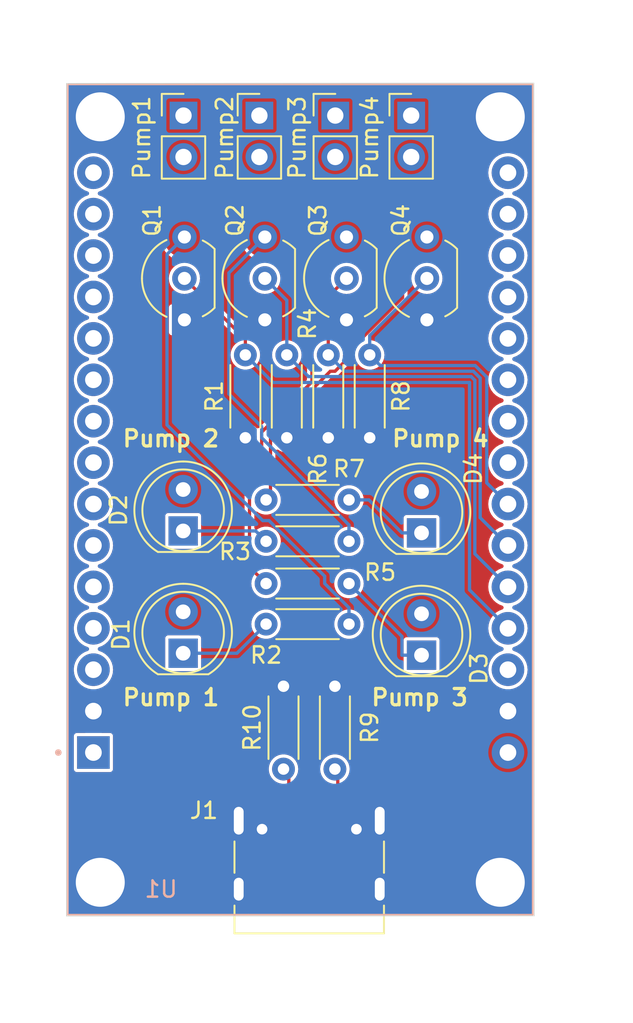
<source format=kicad_pcb>
(kicad_pcb (version 20221018) (generator pcbnew)
  (layers (0 "F.Cu" signal) (31 "B.Cu" signal) (34 "B.Paste" user) (35 "F.Paste" user) (36 "B.SilkS" user "B.Silkscreen") (37 "F.SilkS" user "F.Silkscreen") (38 "B.Mask" user) (39 "F.Mask" user) (44 "Edge.Cuts" user))
  (net 0 "")
  (net 1 "GND")
  (net 2 "+5V")
  (net 3 "Net-(Pump1-Pin_2)")
  (net 4 "Net-(Pump2-Pin_2)")
  (net 5 "Net-(Pump3-Pin_2)")
  (net 6 "Net-(Pump4-Pin_2)")
  (net 7 "Pump1")
  (net 8 "Pump2")
  (net 9 "Net-(D1-K)")
  (net 10 "Net-(D2-K)")
  (net 11 "Net-(D3-K)")
  (net 12 "Net-(D4-K)")
  (net 13 "Net-(J1-CC1)")
  (net 14 "Net-(J1-CC2)")
  (net 15 "Pump3")
  (net 16 "Pump4")
  (footprint "Package_TO_SOT_THT:TO-92_Inline_Wide" (layer "F.Cu") (at 134.0612 58.8066 90)
    (fp_text reference "Q1" (at 6.1016 -1.9812 90) (layer "F.SilkS"))
    (fp_text value "2N2219")
    (fp_line (start 0.74 1.85) (end 4.34 1.85) (stroke (width 0.12)) (layer "F.SilkS"))
    (fp_arc (start 0.1836 -1.098807) (mid 1.143021 -2.192817) (end 2.54 -2.6) (stroke (width 0.12)) (layer "F.SilkS"))
    (fp_arc (start 0.74 1.85) (mid 0.446097 1.509328) (end 0.215816 1.122795) (stroke (width 0.12)) (layer "F.SilkS"))
    (fp_arc (start 2.54 -2.6) (mid 3.936979 -2.192818) (end 4.8964 -1.098807) (stroke (width 0.12)) (layer "F.SilkS"))
    (fp_arc (start 4.864184 1.122795) (mid 4.633903 1.509328) (end 4.34 1.85) (stroke (width 0.12)) (layer "F.SilkS"))
    (pad "1" thru_hole rect (at 0 0 90) (size 1.5 1.5) (drill 0.8) (layers "*.Cu" "*.Mask") (net 1 "GND"))
    (pad "2" thru_hole circle (at 2.54 0 90) (size 1.5 1.5) (drill 0.8) (layers "*.Cu" "*.Mask") (net 7 "Pump1"))
    (pad "3" thru_hole circle (at 5.08 0 90) (size 1.5 1.5) (drill 0.8) (layers "*.Cu" "*.Mask") (net 3 "Net-(Pump1-Pin_2)"))
  )
  (footprint "Resistor_THT:R_Axial_DIN0204_L3.6mm_D1.6mm_P5.08mm_Horizontal" (layer "F.Cu") (at 143.2818 86.36 90)
    (fp_text reference "R9" (at 2.54 2.1332 90) (layer "F.SilkS"))
    (fp_text value "5k1")
    (fp_line (start 0.62 -0.92) (end 4.46 -0.92) (stroke (width 0.12)) (layer "F.SilkS"))
    (fp_line (start 0.62 0.92) (end 4.46 0.92) (stroke (width 0.12)) (layer "F.SilkS"))
    (pad "1" thru_hole circle (at 0 0 90) (size 1.4 1.4) (drill 0.7) (layers "*.Cu" "*.Mask") (net 14 "Net-(J1-CC2)"))
    (pad "2" thru_hole oval (at 5.08 0 90) (size 1.4 1.4) (drill 0.7) (layers "*.Cu" "*.Mask") (net 1 "GND"))
  )
  (footprint "Connector_PinHeader_2.54mm:PinHeader_1x02_P2.54mm_Vertical" (layer "F.Cu") (at 134.005 46.2788)
    (fp_text reference "Pump1" (at -2.56 1.3462 90) (layer "F.SilkS"))
    (fp_text value "Conn_01x02")
    (fp_line (start -1.33 -1.33) (end 0 -1.33) (stroke (width 0.12)) (layer "F.SilkS"))
    (fp_line (start -1.33 0) (end -1.33 -1.33) (stroke (width 0.12)) (layer "F.SilkS"))
    (fp_line (start -1.33 1.27) (end -1.33 3.87) (stroke (width 0.12)) (layer "F.SilkS"))
    (fp_line (start -1.33 1.27) (end 1.33 1.27) (stroke (width 0.12)) (layer "F.SilkS"))
    (fp_line (start -1.33 3.87) (end 1.33 3.87) (stroke (width 0.12)) (layer "F.SilkS"))
    (fp_line (start 1.33 1.27) (end 1.33 3.87) (stroke (width 0.12)) (layer "F.SilkS"))
    (pad "1" thru_hole rect (at 0 0) (size 1.7 1.7) (drill 1) (layers "*.Cu" "*.Mask") (net 2 "+5V"))
    (pad "2" thru_hole oval (at 0 2.54) (size 1.7 1.7) (drill 1) (layers "*.Cu" "*.Mask") (net 3 "Net-(Pump1-Pin_2)"))
  )
  (footprint "Resistor_THT:R_Axial_DIN0204_L3.6mm_D1.6mm_P5.08mm_Horizontal" (layer "F.Cu") (at 145.415 60.96 -90)
    (fp_text reference "R8" (at 2.54 -1.92 90) (layer "F.SilkS"))
    (fp_text value "10k")
    (fp_line (start 0.62 -0.92) (end 4.46 -0.92) (stroke (width 0.12)) (layer "F.SilkS"))
    (fp_line (start 0.62 0.92) (end 4.46 0.92) (stroke (width 0.12)) (layer "F.SilkS"))
    (pad "1" thru_hole circle (at 0 0 270) (size 1.4 1.4) (drill 0.7) (layers "*.Cu" "*.Mask") (net 16 "Pump4"))
    (pad "2" thru_hole oval (at 5.08 0 270) (size 1.4 1.4) (drill 0.7) (layers "*.Cu" "*.Mask") (net 1 "GND"))
  )
  (footprint "Resistor_THT:R_Axial_DIN0204_L3.6mm_D1.6mm_P5.08mm_Horizontal" (layer "F.Cu") (at 140.1318 86.36 90)
    (fp_text reference "R10" (at 2.54 -1.92 90) (layer "F.SilkS"))
    (fp_text value "5k1")
    (fp_line (start 0.62 -0.92) (end 4.46 -0.92) (stroke (width 0.12)) (layer "F.SilkS"))
    (fp_line (start 0.62 0.92) (end 4.46 0.92) (stroke (width 0.12)) (layer "F.SilkS"))
    (pad "1" thru_hole circle (at 0 0 90) (size 1.4 1.4) (drill 0.7) (layers "*.Cu" "*.Mask") (net 13 "Net-(J1-CC1)"))
    (pad "2" thru_hole oval (at 5.08 0 90) (size 1.4 1.4) (drill 0.7) (layers "*.Cu" "*.Mask") (net 1 "GND"))
  )
  (footprint "Connector_USB:USB_C_Receptacle_G-Switch_GT-USB-7010ASV" (layer "F.Cu") (at 141.7086 92.651)
    (fp_text reference "J1" (at -6.4536 -3.751) (layer "F.SilkS"))
    (fp_text value "USB_C_Receptacle_PowerOnly_6P")
    (fp_line (start -4.58 -1.85) (end -4.58 0.07) (stroke (width 0.12)) (layer "F.SilkS"))
    (fp_line (start -4.58 3.785) (end -4.58 2.08) (stroke (width 0.12)) (layer "F.SilkS"))
    (fp_line (start 4.58 0.07) (end 4.58 -1.85) (stroke (width 0.12)) (layer "F.SilkS"))
    (fp_line (start 4.58 2.08) (end 4.58 3.785) (stroke (width 0.12)) (layer "F.SilkS"))
    (fp_line (start 4.58 3.785) (end -4.58 3.785) (stroke (width 0.12)) (layer "F.SilkS"))
    (pad "" np_thru_hole circle (at -2.89 -2.605) (size 0.65 0.65) (drill 0.65) (layers "F&B.Cu" "*.Mask"))
    (pad "" np_thru_hole circle (at 2.89 -2.605) (size 0.65 0.65) (drill 0.65) (layers "*.Cu" "*.Mask"))
    (pad "A5" smd rect (at -1.25 -3.725) (size 0.3 1.24) (layers "F.Cu" "F.Paste" "F.Mask") (net 13 "Net-(J1-CC1)"))
    (pad "A6" smd rect (at -0.25 -3.725) (size 0.3 1.24) (layers "F.Cu" "F.Paste" "F.Mask"))
    (pad "A7" smd rect (at 0.25 -3.725) (size 0.3 1.24) (layers "F.Cu" "F.Paste" "F.Mask"))
    (pad "A8" smd rect (at 1.25 -3.725) (size 0.3 1.24) (layers "F.Cu" "F.Paste" "F.Mask"))
    (pad "A9" smd rect (at 2.4 -3.725) (size 0.6 1.24) (layers "F.Cu" "F.Paste" "F.Mask") (net 2 "+5V"))
    (pad "A12" smd rect (at 3.2 -3.725) (size 0.6 1.24) (layers "F.Cu" "F.Paste" "F.Mask") (net 1 "GND"))
    (pad "B5" smd rect (at 1.75 -3.725) (size 0.3 1.24) (layers "F.Cu" "F.Paste" "F.Mask") (net 14 "Net-(J1-CC2)"))
    (pad "B6" smd rect (at 0.75 -3.725) (size 0.3 1.24) (layers "F.Cu" "F.Paste" "F.Mask"))
    (pad "B7" smd rect (at -0.75 -3.725) (size 0.3 1.24) (layers "F.Cu" "F.Paste" "F.Mask"))
    (pad "B8" smd rect (at -1.75 -3.725) (size 0.3 1.24) (layers "F.Cu" "F.Paste" "F.Mask"))
    (pad "B9" smd rect (at -2.4 -3.725) (size 0.6 1.24) (layers "F.Cu" "F.Paste" "F.Mask") (net 2 "+5V"))
    (pad "B12" smd rect (at -3.2 -3.725) (size 0.6 1.24) (layers "F.Cu" "F.Paste" "F.Mask") (net 1 "GND"))
    (pad "S1" thru_hole oval (at -4.32 -3.125) (size 1 2.1) (drill oval 0.6 1.7) (layers "*.Cu" "*.Mask") (net 1 "GND"))
    (pad "S1" thru_hole oval (at -4.32 1.075) (size 1 1.8) (drill oval 0.6 1.4) (layers "*.Cu" "*.Mask") (net 1 "GND"))
    (pad "S1" thru_hole oval (at 4.32 -3.125) (size 1 2.1) (drill oval 0.6 1.7) (layers "*.Cu" "*.Mask") (net 1 "GND"))
    (pad "S1" thru_hole oval (at 4.32 1.075) (size 1 1.8) (drill oval 0.6 1.4) (layers "*.Cu" "*.Mask") (net 1 "GND"))
  )
  (footprint "Connector_PinHeader_2.54mm:PinHeader_1x02_P2.54mm_Vertical" (layer "F.Cu") (at 138.655 46.2788)
    (fp_text reference "Pump2" (at -2.13 1.3462 90) (layer "F.SilkS"))
    (fp_text value "Conn_01x02")
    (fp_line (start -1.33 -1.33) (end 0 -1.33) (stroke (width 0.12)) (layer "F.SilkS"))
    (fp_line (start -1.33 0) (end -1.33 -1.33) (stroke (width 0.12)) (layer "F.SilkS"))
    (fp_line (start -1.33 1.27) (end -1.33 3.87) (stroke (width 0.12)) (layer "F.SilkS"))
    (fp_line (start -1.33 1.27) (end 1.33 1.27) (stroke (width 0.12)) (layer "F.SilkS"))
    (fp_line (start -1.33 3.87) (end 1.33 3.87) (stroke (width 0.12)) (layer "F.SilkS"))
    (fp_line (start 1.33 1.27) (end 1.33 3.87) (stroke (width 0.12)) (layer "F.SilkS"))
    (pad "1" thru_hole rect (at 0 0) (size 1.7 1.7) (drill 1) (layers "*.Cu" "*.Mask") (net 2 "+5V"))
    (pad "2" thru_hole oval (at 0 2.54) (size 1.7 1.7) (drill 1) (layers "*.Cu" "*.Mask") (net 4 "Net-(Pump2-Pin_2)"))
  )
  (footprint "Resistor_THT:R_Axial_DIN0204_L3.6mm_D1.6mm_P5.08mm_Horizontal" (layer "F.Cu") (at 144.145 69.85 180)
    (fp_text reference "R7" (at 0 1.905) (layer "F.SilkS"))
    (fp_text value "500")
    (fp_line (start 0.62 -0.92) (end 4.46 -0.92) (stroke (width 0.12)) (layer "F.SilkS"))
    (fp_line (start 0.62 0.92) (end 4.46 0.92) (stroke (width 0.12)) (layer "F.SilkS"))
    (pad "1" thru_hole circle (at 0 0 180) (size 1.4 1.4) (drill 0.7) (layers "*.Cu" "*.Mask") (net 12 "Net-(D4-K)"))
    (pad "2" thru_hole oval (at 5.08 0 180) (size 1.4 1.4) (drill 0.7) (layers "*.Cu" "*.Mask") (net 6 "Net-(Pump4-Pin_2)"))
  )
  (footprint "Resistor_THT:R_Axial_DIN0204_L3.6mm_D1.6mm_P5.08mm_Horizontal" (layer "F.Cu") (at 139.065 77.47)
    (fp_text reference "R2" (at 0 1.905) (layer "F.SilkS"))
    (fp_text value "500")
    (fp_line (start 0.62 -0.92) (end 4.46 -0.92) (stroke (width 0.12)) (layer "F.SilkS"))
    (fp_line (start 0.62 0.92) (end 4.46 0.92) (stroke (width 0.12)) (layer "F.SilkS"))
    (pad "1" thru_hole circle (at 0 0) (size 1.4 1.4) (drill 0.7) (layers "*.Cu" "*.Mask") (net 9 "Net-(D1-K)"))
    (pad "2" thru_hole oval (at 5.08 0) (size 1.4 1.4) (drill 0.7) (layers "*.Cu" "*.Mask") (net 3 "Net-(Pump1-Pin_2)"))
  )
  (footprint "Package_TO_SOT_THT:TO-92_Inline_Wide" (layer "F.Cu") (at 138.9888 58.8066 90)
    (fp_text reference "Q2" (at 6.1016 -1.8288 90) (layer "F.SilkS"))
    (fp_text value "2N2219")
    (fp_line (start 0.74 1.85) (end 4.34 1.85) (stroke (width 0.12)) (layer "F.SilkS"))
    (fp_arc (start 0.1836 -1.098807) (mid 1.143021 -2.192817) (end 2.54 -2.6) (stroke (width 0.12)) (layer "F.SilkS"))
    (fp_arc (start 0.74 1.85) (mid 0.446097 1.509328) (end 0.215816 1.122795) (stroke (width 0.12)) (layer "F.SilkS"))
    (fp_arc (start 2.54 -2.6) (mid 3.936979 -2.192818) (end 4.8964 -1.098807) (stroke (width 0.12)) (layer "F.SilkS"))
    (fp_arc (start 4.864184 1.122795) (mid 4.633903 1.509328) (end 4.34 1.85) (stroke (width 0.12)) (layer "F.SilkS"))
    (pad "1" thru_hole rect (at 0 0 90) (size 1.5 1.5) (drill 0.8) (layers "*.Cu" "*.Mask") (net 1 "GND"))
    (pad "2" thru_hole circle (at 2.54 0 90) (size 1.5 1.5) (drill 0.8) (layers "*.Cu" "*.Mask") (net 8 "Pump2"))
    (pad "3" thru_hole circle (at 5.08 0 90) (size 1.5 1.5) (drill 0.8) (layers "*.Cu" "*.Mask") (net 4 "Net-(Pump2-Pin_2)"))
  )
  (footprint "Connector_PinHeader_2.54mm:PinHeader_1x02_P2.54mm_Vertical" (layer "F.Cu") (at 147.955 46.2788)
    (fp_text reference "Pump4" (at -2.54 1.3462 90) (layer "F.SilkS"))
    (fp_text value "Conn_01x02")
    (fp_line (start -1.33 -1.33) (end 0 -1.33) (stroke (width 0.12)) (layer "F.SilkS"))
    (fp_line (start -1.33 0) (end -1.33 -1.33) (stroke (width 0.12)) (layer "F.SilkS"))
    (fp_line (start -1.33 1.27) (end -1.33 3.87) (stroke (width 0.12)) (layer "F.SilkS"))
    (fp_line (start -1.33 1.27) (end 1.33 1.27) (stroke (width 0.12)) (layer "F.SilkS"))
    (fp_line (start -1.33 3.87) (end 1.33 3.87) (stroke (width 0.12)) (layer "F.SilkS"))
    (fp_line (start 1.33 1.27) (end 1.33 3.87) (stroke (width 0.12)) (layer "F.SilkS"))
    (pad "1" thru_hole rect (at 0 0) (size 1.7 1.7) (drill 1) (layers "*.Cu" "*.Mask") (net 2 "+5V"))
    (pad "2" thru_hole oval (at 0 2.54) (size 1.7 1.7) (drill 1) (layers "*.Cu" "*.Mask") (net 6 "Net-(Pump4-Pin_2)"))
  )
  (footprint "Resistor_THT:R_Axial_DIN0204_L3.6mm_D1.6mm_P5.08mm_Horizontal" (layer "F.Cu") (at 137.795 60.96 -90)
    (fp_text reference "R1" (at 2.54 1.905 90) (layer "F.SilkS"))
    (fp_text value "10k")
    (fp_line (start 0.62 -0.92) (end 4.46 -0.92) (stroke (width 0.12)) (layer "F.SilkS"))
    (fp_line (start 0.62 0.92) (end 4.46 0.92) (stroke (width 0.12)) (layer "F.SilkS"))
    (pad "1" thru_hole circle (at 0 0 270) (size 1.4 1.4) (drill 0.7) (layers "*.Cu" "*.Mask") (net 7 "Pump1"))
    (pad "2" thru_hole oval (at 5.08 0 270) (size 1.4 1.4) (drill 0.7) (layers "*.Cu" "*.Mask") (net 1 "GND"))
  )
  (footprint "LED_THT:LED_D5.0mm" (layer "F.Cu") (at 148.59 71.875 90)
    (fp_text reference "D4" (at 3.93 3.175 90) (layer "F.SilkS"))
    (fp_text value "LED")
    (fp_line (start -1.29 -1.545) (end -1.29 1.545) (stroke (width 0.12)) (layer "F.SilkS"))
    (fp_arc (start -1.29 -1.54483) (mid 2.072002 -2.880433) (end 4.26 0.000462) (stroke (width 0.12)) (layer "F.SilkS"))
    (fp_arc (start 4.26 -0.000462) (mid 2.072002 2.880433) (end -1.29 1.54483) (stroke (width 0.12)) (layer "F.SilkS"))
    (fp_circle (center 1.27 0) (end 3.77 0) (stroke (width 0.12)) (fill none) (layer "F.SilkS"))
    (pad "1" thru_hole rect (at 0 0 90) (size 1.8 1.8) (drill 0.9) (layers "*.Cu" "*.Mask") (net 12 "Net-(D4-K)"))
    (pad "2" thru_hole circle (at 2.54 0 90) (size 1.8 1.8) (drill 0.9) (layers "*.Cu" "*.Mask") (net 2 "+5V"))
  )
  (footprint "Resistor_THT:R_Axial_DIN0204_L3.6mm_D1.6mm_P5.08mm_Horizontal" (layer "F.Cu") (at 142.875 60.96 -90)
    (fp_text reference "R6" (at 6.985 0.635 90) (layer "F.SilkS"))
    (fp_text value "10k")
    (fp_line (start 0.62 -0.92) (end 4.46 -0.92) (stroke (width 0.12)) (layer "F.SilkS"))
    (fp_line (start 0.62 0.92) (end 4.46 0.92) (stroke (width 0.12)) (layer "F.SilkS"))
    (pad "1" thru_hole circle (at 0 0 270) (size 1.4 1.4) (drill 0.7) (layers "*.Cu" "*.Mask") (net 15 "Pump3"))
    (pad "2" thru_hole oval (at 5.08 0 270) (size 1.4 1.4) (drill 0.7) (layers "*.Cu" "*.Mask") (net 1 "GND"))
  )
  (footprint "Connector_PinHeader_2.54mm:PinHeader_1x02_P2.54mm_Vertical" (layer "F.Cu") (at 143.305 46.2788)
    (fp_text reference "Pump3" (at -2.335 1.3462 90) (layer "F.SilkS"))
    (fp_text value "Conn_01x02")
    (fp_line (start -1.33 -1.33) (end 0 -1.33) (stroke (width 0.12)) (layer "F.SilkS"))
    (fp_line (start -1.33 0) (end -1.33 -1.33) (stroke (width 0.12)) (layer "F.SilkS"))
    (fp_line (start -1.33 1.27) (end -1.33 3.87) (stroke (width 0.12)) (layer "F.SilkS"))
    (fp_line (start -1.33 1.27) (end 1.33 1.27) (stroke (width 0.12)) (layer "F.SilkS"))
    (fp_line (start -1.33 3.87) (end 1.33 3.87) (stroke (width 0.12)) (layer "F.SilkS"))
    (fp_line (start 1.33 1.27) (end 1.33 3.87) (stroke (width 0.12)) (layer "F.SilkS"))
    (pad "1" thru_hole rect (at 0 0) (size 1.7 1.7) (drill 1) (layers "*.Cu" "*.Mask") (net 2 "+5V"))
    (pad "2" thru_hole oval (at 0 2.54) (size 1.7 1.7) (drill 1) (layers "*.Cu" "*.Mask") (net 5 "Net-(Pump3-Pin_2)"))
  )
  (footprint "Package_TO_SOT_THT:TO-92_Inline_Wide" (layer "F.Cu") (at 148.9202 58.8066 90)
    (fp_text reference "Q4" (at 6.1016 -1.6002 90) (layer "F.SilkS"))
    (fp_text value "2N2219")
    (fp_line (start 0.74 1.85) (end 4.34 1.85) (stroke (width 0.12)) (layer "F.SilkS"))
    (fp_arc (start 0.1836 -1.098807) (mid 1.143021 -2.192817) (end 2.54 -2.6) (stroke (width 0.12)) (layer "F.SilkS"))
    (fp_arc (start 0.74 1.85) (mid 0.446097 1.509328) (end 0.215816 1.122795) (stroke (width 0.12)) (layer "F.SilkS"))
    (fp_arc (start 2.54 -2.6) (mid 3.936979 -2.192818) (end 4.8964 -1.098807) (stroke (width 0.12)) (layer "F.SilkS"))
    (fp_arc (start 4.864184 1.122795) (mid 4.633903 1.509328) (end 4.34 1.85) (stroke (width 0.12)) (layer "F.SilkS"))
    (pad "1" thru_hole rect (at 0 0 90) (size 1.5 1.5) (drill 0.8) (layers "*.Cu" "*.Mask") (net 1 "GND"))
    (pad "2" thru_hole circle (at 2.54 0 90) (size 1.5 1.5) (drill 0.8) (layers "*.Cu" "*.Mask") (net 16 "Pump4"))
    (pad "3" thru_hole circle (at 5.08 0 90) (size 1.5 1.5) (drill 0.8) (layers "*.Cu" "*.Mask") (net 6 "Net-(Pump4-Pin_2)"))
  )
  (footprint "Resistor_THT:R_Axial_DIN0204_L3.6mm_D1.6mm_P5.08mm_Horizontal" (layer "F.Cu") (at 144.145 74.98 180)
    (fp_text reference "R5" (at -1.905 0.685) (layer "F.SilkS"))
    (fp_text value "500")
    (fp_line (start 0.62 -0.92) (end 4.46 -0.92) (stroke (width 0.12)) (layer "F.SilkS"))
    (fp_line (start 0.62 0.92) (end 4.46 0.92) (stroke (width 0.12)) (layer "F.SilkS"))
    (pad "1" thru_hole circle (at 0 0 180) (size 1.4 1.4) (drill 0.7) (layers "*.Cu" "*.Mask") (net 11 "Net-(D3-K)"))
    (pad "2" thru_hole oval (at 5.08 0 180) (size 1.4 1.4) (drill 0.7) (layers "*.Cu" "*.Mask") (net 5 "Net-(Pump3-Pin_2)"))
  )
  (footprint "LED_THT:LED_D5.0mm" (layer "F.Cu") (at 133.985 79.255 90)
    (fp_text reference "D1" (at 1.15 -3.81 270) (layer "F.SilkS"))
    (fp_text value "LED")
    (fp_line (start -1.29 -1.545) (end -1.29 1.545) (stroke (width 0.12)) (layer "F.SilkS"))
    (fp_arc (start -1.29 -1.54483) (mid 2.072002 -2.880433) (end 4.26 0.000462) (stroke (width 0.12)) (layer "F.SilkS"))
    (fp_arc (start 4.26 -0.000462) (mid 2.072002 2.880433) (end -1.29 1.54483) (stroke (width 0.12)) (layer "F.SilkS"))
    (fp_circle (center 1.27 0) (end 3.77 0) (stroke (width 0.12)) (fill none) (layer "F.SilkS"))
    (pad "1" thru_hole rect (at 0 0 90) (size 1.8 1.8) (drill 0.9) (layers "*.Cu" "*.Mask") (net 9 "Net-(D1-K)"))
    (pad "2" thru_hole circle (at 2.54 0 90) (size 1.8 1.8) (drill 0.9) (layers "*.Cu" "*.Mask") (net 2 "+5V"))
  )
  (footprint "LED_THT:LED_D5.0mm" (layer "F.Cu") (at 148.59 79.375 90)
    (fp_text reference "D3" (at -0.825 3.52 270) (layer "F.SilkS"))
    (fp_text value "LED")
    (fp_line (start -1.29 -1.545) (end -1.29 1.545) (stroke (width 0.12)) (layer "F.SilkS"))
    (fp_arc (start -1.29 -1.54483) (mid 2.072002 -2.880433) (end 4.26 0.000462) (stroke (width 0.12)) (layer "F.SilkS"))
    (fp_arc (start 4.26 -0.000462) (mid 2.072002 2.880433) (end -1.29 1.54483) (stroke (width 0.12)) (layer "F.SilkS"))
    (fp_circle (center 1.27 0) (end 3.77 0) (stroke (width 0.12)) (fill none) (layer "F.SilkS"))
    (pad "1" thru_hole rect (at 0 0 90) (size 1.8 1.8) (drill 0.9) (layers "*.Cu" "*.Mask") (net 11 "Net-(D3-K)"))
    (pad "2" thru_hole circle (at 2.54 0 90) (size 1.8 1.8) (drill 0.9) (layers "*.Cu" "*.Mask") (net 2 "+5V"))
  )
  (footprint "Package_TO_SOT_THT:TO-92_Inline_Wide" (layer "F.Cu") (at 143.9926 58.8066 90)
    (fp_text reference "Q3" (at 6.1016 -1.7526 90) (layer "F.SilkS"))
    (fp_text value "2N2219")
    (fp_line (start 0.74 1.85) (end 4.34 1.85) (stroke (width 0.12)) (layer "F.SilkS"))
    (fp_arc (start 0.1836 -1.098807) (mid 1.143021 -2.192817) (end 2.54 -2.6) (stroke (width 0.12)) (layer "F.SilkS"))
    (fp_arc (start 0.74 1.85) (mid 0.446097 1.509328) (end 0.215816 1.122795) (stroke (width 0.12)) (layer "F.SilkS"))
    (fp_arc (start 2.54 -2.6) (mid 3.936979 -2.192818) (end 4.8964 -1.098807) (stroke (width 0.12)) (layer "F.SilkS"))
    (fp_arc (start 4.864184 1.122795) (mid 4.633903 1.509328) (end 4.34 1.85) (stroke (width 0.12)) (layer "F.SilkS"))
    (pad "1" thru_hole rect (at 0 0 90) (size 1.5 1.5) (drill 0.8) (layers "*.Cu" "*.Mask") (net 1 "GND"))
    (pad "2" thru_hole circle (at 2.54 0 90) (size 1.5 1.5) (drill 0.8) (layers "*.Cu" "*.Mask") (net 15 "Pump3"))
    (pad "3" thru_hole circle (at 5.08 0 90) (size 1.5 1.5) (drill 0.8) (layers "*.Cu" "*.Mask") (net 5 "Net-(Pump3-Pin_2)"))
  )
  (footprint "LED_THT:LED_D5.0mm" (layer "F.Cu") (at 133.985 71.755 90)
    (fp_text reference "D2" (at 1.27 -3.96 90) (layer "F.SilkS"))
    (fp_text value "LED")
    (fp_line (start -1.29 -1.545) (end -1.29 1.545) (stroke (width 0.12)) (layer "F.SilkS"))
    (fp_arc (start -1.29 -1.54483) (mid 2.072002 -2.880433) (end 4.26 0.000462) (stroke (width 0.12)) (layer "F.SilkS"))
    (fp_arc (start 4.26 -0.000462) (mid 2.072002 2.880433) (end -1.29 1.54483) (stroke (width 0.12)) (layer "F.SilkS"))
    (fp_circle (center 1.27 0) (end 3.77 0) (stroke (width 0.12)) (fill none) (layer "F.SilkS"))
    (pad "1" thru_hole rect (at 0 0 90) (size 1.8 1.8) (drill 0.9) (layers "*.Cu" "*.Mask") (net 10 "Net-(D2-K)"))
    (pad "2" thru_hole circle (at 2.54 0 90) (size 1.8 1.8) (drill 0.9) (layers "*.Cu" "*.Mask") (net 2 "+5V"))
  )
  (footprint "Resistor_THT:R_Axial_DIN0204_L3.6mm_D1.6mm_P5.08mm_Horizontal" (layer "F.Cu") (at 139.065 72.39)
    (fp_text reference "R3" (at -1.905 0.635) (layer "F.SilkS"))
    (fp_text value "500")
    (fp_line (start 0.62 -0.92) (end 4.46 -0.92) (stroke (width 0.12)) (layer "F.SilkS"))
    (fp_line (start 0.62 0.92) (end 4.46 0.92) (stroke (width 0.12)) (layer "F.SilkS"))
    (pad "1" thru_hole circle (at 0 0) (size 1.4 1.4) (drill 0.7) (layers "*.Cu" "*.Mask") (net 10 "Net-(D2-K)"))
    (pad "2" thru_hole oval (at 5.08 0) (size 1.4 1.4) (drill 0.7) (layers "*.Cu" "*.Mask") (net 4 "Net-(Pump2-Pin_2)"))
  )
  (footprint "Resistor_THT:R_Axial_DIN0204_L3.6mm_D1.6mm_P5.08mm_Horizontal" (layer "F.Cu") (at 140.335 60.96 -90)
    (fp_text reference "R4" (at -1.905 -1.27 90) (layer "F.SilkS"))
    (fp_text value "10k")
    (fp_line (start 0.62 -0.92) (end 4.46 -0.92) (stroke (width 0.12)) (layer "F.SilkS"))
    (fp_line (start 0.62 0.92) (end 4.46 0.92) (stroke (width 0.12)) (layer "F.SilkS"))
    (pad "1" thru_hole circle (at 0 0 270) (size 1.4 1.4) (drill 0.7) (layers "*.Cu" "*.Mask") (net 8 "Pump2"))
    (pad "2" thru_hole oval (at 5.08 0 270) (size 1.4 1.4) (drill 0.7) (layers "*.Cu" "*.Mask") (net 1 "GND"))
  )
  (footprint "ESP32-DEVKIT-V1:MODULE_ESP32_DEVKIT_V1" (layer "B.Cu") (at 141.185 69.83)
    (fp_text reference "U1" (at -8.555 23.9 180) (layer "B.SilkS") (effects (justify mirror)))
    (fp_text value "DOIT-ESP32-DEVKIT-V1")
    (fp_line (start -14.28 -25.475) (end -14.28 25.475) (stroke (width 0.127)) (layer "B.SilkS"))
    (fp_line (start -14.28 -25.475) (end -14.28 25.475) (stroke (width 0.127)) (layer "B.SilkS"))
    (fp_line (start -14.28 -25.475) (end -8.91 -25.475) (stroke (width 0.127)) (layer "B.SilkS"))
    (fp_line (start -14.28 25.475) (end -3.211 25.475) (stroke (width 0.127)) (layer "B.SilkS"))
    (fp_line (start -14.28 25.475) (end 14.23 25.475) (stroke (width 0.127)) (layer "B.SilkS"))
    (fp_line (start -8.91 -25.475) (end 8.78 -25.475) (stroke (width 0.127)) (layer "B.SilkS"))
    (fp_line (start -3.211 25.475) (end 3.5 25.475) (stroke (width 0.127)) (layer "B.SilkS"))
    (fp_line (start 3.5 25.475) (end 14.23 25.475) (stroke (width 0.127)) (layer "B.SilkS"))
    (fp_line (start 8.78 -25.475) (end 14.23 -25.475) (stroke (width 0.127)) (layer "B.SilkS"))
    (fp_line (start 14.23 -25.475) (end -14.28 -25.475) (stroke (width 0.127)) (layer "B.SilkS"))
    (fp_line (start 14.23 25.475) (end 14.23 -25.475) (stroke (width 0.127)) (layer "B.SilkS"))
    (fp_line (start 14.23 25.475) (end 14.23 -25.475) (stroke (width 0.127)) (layer "B.SilkS"))
    (fp_circle (center -14.85 15.515) (end -14.75 15.515) (stroke (width 0.2)) (fill none) (layer "B.SilkS"))
    (pad "" np_thru_hole circle (at -12.28 -23.475) (size 3 3) (drill 3) (layers "*.Cu" "*.Mask"))
    (pad "" np_thru_hole circle (at -12.28 23.475) (size 3 3) (drill 3) (layers "*.Cu" "*.Mask"))
    (pad "" np_thru_hole circle (at 12.23 -23.475) (size 3 3) (drill 3) (layers "*.Cu" "*.Mask"))
    (pad "" np_thru_hole circle (at 12.23 23.475) (size 3 3) (drill 3) (layers "*.Cu" "*.Mask"))
    (pad "1" thru_hole rect (at -12.7 15.515) (size 2 2) (drill 1.02) (layers "*.Cu" "*.Mask"))
    (pad "2" thru_hole circle (at -12.7 12.975) (size 2 2) (drill 1.02) (layers "*.Cu" "*.Mask") (net 1 "GND"))
    (pad "3" thru_hole circle (at -12.7 10.435) (size 2 2) (drill 1.02) (layers "*.Cu" "*.Mask"))
    (pad "4" thru_hole circle (at -12.7 7.895) (size 2 2) (drill 1.02) (layers "*.Cu" "*.Mask"))
    (pad "5" thru_hole circle (at -12.7 5.355) (size 2 2) (drill 1.02) (layers "*.Cu" "*.Mask"))
    (pad "6" thru_hole circle (at -12.7 2.815) (size 2 2) (drill 1.02) (layers "*.Cu" "*.Mask"))
    (pad "7" thru_hole circle (at -12.7 0.275) (size 2 2) (drill 1.02) (layers "*.Cu" "*.Mask"))
    (pad "8" thru_hole circle (at -12.7 -2.265) (size 2 2) (drill 1.02) (layers "*.Cu" "*.Mask"))
    (pad "9" thru_hole circle (at -12.7 -4.805) (size 2 2) (drill 1.02) (layers "*.Cu" "*.Mask"))
    (pad "10" thru_hole circle (at -12.7 -7.345) (size 2 2) (drill 1.02) (layers "*.Cu" "*.Mask"))
    (pad "11" thru_hole circle (at -12.7 -9.885) (size 2 2) (drill 1.02) (layers "*.Cu" "*.Mask"))
    (pad "12" thru_hole circle (at -12.7 -12.425) (size 2 2) (drill 1.02) (layers "*.Cu" "*.Mask"))
    (pad "13" thru_hole circle (at -12.7 -14.965) (size 2 2) (drill 1.02) (layers "*.Cu" "*.Mask"))
    (pad "14" thru_hole circle (at -12.7 -17.505) (size 2 2) (drill 1.02) (layers "*.Cu" "*.Mask"))
    (pad "15" thru_hole circle (at -12.7 -20.045) (size 2 2) (drill 1.02) (layers "*.Cu" "*.Mask"))
    (pad "16" thru_hole circle (at 12.7 -20.045) (size 2 2) (drill 1.02) (layers "*.Cu" "*.Mask"))
    (pad "17" thru_hole circle (at 12.7 -17.505) (size 2 2) (drill 1.02) (layers "*.Cu" "*.Mask"))
    (pad "18" thru_hole circle (at 12.7 -14.965) (size 2 2) (drill 1.02) (layers "*.Cu" "*.Mask"))
    (pad "19" thru_hole circle (at 12.7 -12.425) (size 2 2) (drill 1.02) (layers "*.Cu" "*.Mask"))
    (pad "20" thru_hole circle (at 12.7 -9.885) (size 2 2) (drill 1.02) (layers "*.Cu" "*.Mask"))
    (pad "21" thru_hole circle (at 12.7 -7.345) (size 2 2) (drill 1.02) (layers "*.Cu" "*.Mask"))
    (pad "22" thru_hole circle (at 12.7 -4.805) (size 2 2) (drill 1.02) (layers "*.Cu" "*.Mask"))
    (pad "23" thru_hole circle (at 12.7 -2.265) (size 2 2) (drill 1.02) (layers "*.Cu" "*.Mask"))
    (pad "24" thru_hole circle (at 12.7 0.275) (size 2 2) (drill 1.02) (layers "*.Cu" "*.Mask") (net 16 "Pump4"))
    (pad "25" thru_hole circle (at 12.7 2.815) (size 2 2) (drill 1.02) (layers "*.Cu" "*.Mask") (net 15 "Pump3"))
    (pad "26" thru_hole circle (at 12.7 5.355) (size 2 2) (drill 1.02) (layers "*.Cu" "*.Mask") (net 8 "Pump2"))
    (pad "27" thru_hole circle (at 12.7 7.895) (size 2 2) (drill 1.02) (layers "*.Cu" "*.Mask") (net 7 "Pump1"))
    (pad "28" thru_hole circle (at 12.7 10.435) (size 2 2) (drill 1.02) (layers "*.Cu" "*.Mask"))
    (pad "29" thru_hole circle (at 12.7 12.975) (size 2 2) (drill 1.02) (layers "*.Cu" "*.Mask") (net 1 "GND"))
    (pad "30" thru_hole circle (at 12.7 15.515) (size 2 2) (drill 1.02) (layers "*.Cu" "*.Mask") (net 2 "+5V"))
  )
  (gr_line (start 155.49 95.36) (end 126.84 95.37) (stroke (width 0.05)) (layer "Edge.Cuts"))
  (gr_line (start 155.47 44.29) (end 155.49 95.36) (stroke (width 0.05)) (layer "Edge.Cuts"))
  (gr_line (start 126.84 95.37) (end 126.84 44.32) (stroke (width 0.05)) (layer "Edge.Cuts"))
  (gr_line (start 126.84 44.32) (end 126.84 44.31) (stroke (width 0.05)) (layer "Edge.Cuts"))
  (gr_line (start 126.84 44.31) (end 155.47 44.29) (stroke (width 0.05)) (layer "Edge.Cuts"))
  (gr_text "Pump 1" (at 130.175 82.55) (layer "F.SilkS") (effects (font (size 1 1) (thickness 0.2) bold) (justify left bottom)))
  (gr_text "Pump 2" (at 130.175 66.675) (layer "F.SilkS") (effects (font (size 1 1) (thickness 0.2) bold) (justify left bottom)))
  (gr_text "Pump 4\n" (at 146.685 66.675) (layer "F.SilkS") (effects (font (size 1 1) (thickness 0.2) bold) (justify left bottom)))
  (gr_text "Pump 3" (at 145.415 82.55) (layer "F.SilkS") (effects (font (size 1 1) (thickness 0.2) bold) (justify left bottom)))
  (segment (start 138.5086 88.926) (end 138.5086 88.0059) (width 0.2) (layer "F.Cu") (net 1))
  (segment (start 145.8586 88.0059) (end 144.9086 88.0059) (width 0.2) (layer "F.Cu") (net 1))
  (segment (start 137.5586 88.0059) (end 138.5086 88.0059) (width 0.2) (layer "F.Cu") (net 1))
  (segment (start 146.0286 88.1759) (end 145.8586 88.0059) (width 0.2) (layer "F.Cu") (net 1))
  (segment (start 144.9086 88.926) (end 144.9086 88.0059) (width 0.2) (layer "F.Cu") (net 1))
  (segment (start 146.0286 89.526) (end 146.0286 88.1759) (width 0.2) (layer "F.Cu") (net 1))
  (segment (start 137.3886 88.1759) (end 137.5586 88.0059) (width 0.2) (layer "F.Cu") (net 1))
  (segment (start 137.3886 89.526) (end 137.3886 88.1759) (width 0.2) (layer "F.Cu") (net 1))
  (segment (start 134.005 49.9689) (end 134.0612 50.0251) (width 0.2) (layer "F.Cu") (net 3))
  (segment (start 134.0612 50.0251) (end 134.0612 53.7266) (width 2.54) (layer "F.Cu") (net 3))
  (segment (start 134.005 48.8188) (end 134.005 49.9689) (width 2.54) (layer "F.Cu") (net 3))
  (segment (start 132.9922 54.7956) (end 132.9922 65.2525) (width 0.2) (layer "B.Cu") (net 3))
  (segment (start 142.6552 74.5313) (end 142.6552 74.9801) (width 0.2) (layer "B.Cu") (net 3))
  (segment (start 139.2439 71.12) (end 142.6552 74.5313) (width 0.2) (layer "B.Cu") (net 3))
  (segment (start 142.6552 74.9801) (end 144.145 76.4699) (width 0.2) (layer "B.Cu") (net 3))
  (segment (start 134.0612 53.7266) (end 132.9922 54.7956) (width 0.2) (layer "B.Cu") (net 3))
  (segment (start 144.145 77.47) (end 144.145 76.4699) (width 0.2) (layer "B.Cu") (net 3))
  (segment (start 138.8597 71.12) (end 139.2439 71.12) (width 0.2) (layer "B.Cu") (net 3))
  (segment (start 132.9922 65.2525) (end 138.8597 71.12) (width 0.2) (layer "B.Cu") (net 3))
  (segment (start 138.655 48.8188) (end 138.655 49.9689) (width 2.54) (layer "F.Cu") (net 4))
  (segment (start 138.9888 50.3027) (end 138.9888 53.7266) (width 2.54) (layer "F.Cu") (net 4))
  (segment (start 138.655 49.9689) (end 138.9888 50.3027) (width 2.54) (layer "F.Cu") (net 4))
  (segment (start 136.786 55.9294) (end 136.786 63.3525) (width 0.2) (layer "B.Cu") (net 4))
  (segment (start 138.7952 65.3617) (end 138.7952 66.0401) (width 0.2) (layer "B.Cu") (net 4))
  (segment (start 136.786 63.3525) (end 138.7952 65.3617) (width 0.2) (layer "B.Cu") (net 4))
  (segment (start 138.9888 53.7266) (end 136.786 55.9294) (width 0.2) (layer "B.Cu") (net 4))
  (segment (start 144.145 72.39) (end 144.145 71.3899) (width 0.2) (layer "B.Cu") (net 4))
  (segment (start 138.7952 66.0401) (end 144.145 71.3899) (width 0.2) (layer "B.Cu") (net 4))
  (segment (start 143.9926 53.7266) (end 142.548 55.1712) (width 0.2) (layer "F.Cu") (net 5))
  (segment (start 138.795 65.692552) (end 138.795 68.645) (width 0.2) (layer "F.Cu") (net 5))
  (segment (start 143.305 53.039) (end 143.9926 53.7266) (width 2.54) (layer "F.Cu") (net 5))
  (segment (start 142.548 59.872786) (end 141.875 60.545786) (width 0.2) (layer "F.Cu") (net 5))
  (segment (start 138.0469 69.3931) (end 138.0469 73.9619) (width 0.2) (layer "F.Cu") (net 5))
  (segment (start 141.875 60.545786) (end 141.875 62.612552) (width 0.2) (layer "F.Cu") (net 5))
  (segment (start 138.0469 73.9619) (end 139.065 74.98) (width 0.2) (layer "F.Cu") (net 5))
  (segment (start 141.875 62.612552) (end 138.795 65.692552) (width 0.2) (layer "F.Cu") (net 5))
  (segment (start 138.795 68.645) (end 138.0469 69.3931) (width 0.2) (layer "F.Cu") (net 5))
  (segment (start 142.548 55.1712) (end 142.548 59.872786) (width 0.2) (layer "F.Cu") (net 5))
  (segment (start 143.305 48.8188) (end 143.305 53.039) (width 2.54) (layer "F.Cu") (net 5))
  (segment (start 139.335 69.58) (end 139.335 65.625786) (width 0.2) (layer "F.Cu") (net 6))
  (segment (start 143.289214 61.96) (end 143.875 61.374214) (width 0.2) (layer "F.Cu") (net 6))
  (segment (start 143.875 61.374214) (end 143.875 60.9966) (width 0.2) (layer "F.Cu") (net 6))
  (segment (start 147.4304 57.4412) (end 147.4304 55.2164) (width 0.2) (layer "F.Cu") (net 6))
  (segment (start 143.875 60.9966) (end 147.4304 57.4412) (width 0.2) (layer "F.Cu") (net 6))
  (segment (start 148.9202 50.9341) (end 148.9202 53.7266) (width 2.54) (layer "F.Cu") (net 6))
  (segment (start 147.955 48.8188) (end 147.955 49.9689) (width 2.54) (layer "F.Cu") (net 6))
  (segment (start 147.955 49.9689) (end 148.9202 50.9341) (width 2.54) (layer "F.Cu") (net 6))
  (segment (start 139.335 65.625786) (end 143.000786 61.96) (width 0.2) (layer "F.Cu") (net 6))
  (segment (start 143.000786 61.96) (end 143.289214 61.96) (width 0.2) (layer "F.Cu") (net 6))
  (segment (start 147.4304 55.2164) (end 148.9202 53.7266) (width 0.2) (layer "F.Cu") (net 6))
  (segment (start 139.065 69.85) (end 139.335 69.58) (width 0.2) (layer "F.Cu") (net 6))
  (segment (start 137.795 60.0004) (end 137.795 60.96) (width 0.2) (layer "F.Cu") (net 7))
  (segment (start 134.0612 56.2666) (end 137.795 60.0004) (width 0.2) (layer "F.Cu") (net 7))
  (segment (start 139.485 62.65) (end 137.795 60.96) (width 0.2) (layer "B.Cu") (net 7))
  (segment (start 151.53 75.37) (end 151.53 62.65) (width 0.2) (layer "B.Cu") (net 7))
  (segment (start 151.53 62.65) (end 139.485 62.65) (width 0.2) (layer "B.Cu") (net 7))
  (segment (start 153.885 77.725) (end 151.53 75.37) (width 0.2) (layer "B.Cu") (net 7))
  (segment (start 151.857 62.514552) (end 151.629448 62.287) (width 0.2) (layer "B.Cu") (net 8))
  (segment (start 140.335 57.6128) (end 138.9888 56.2666) (width 0.2) (layer "B.Cu") (net 8))
  (segment (start 151.857 73.157) (end 151.857 62.514552) (width 0.2) (layer "B.Cu") (net 8))
  (segment (start 153.885 75.185) (end 151.857 73.157) (width 0.2) (layer "B.Cu") (net 8))
  (segment (start 151.629448 62.287) (end 141.662 62.287) (width 0.2) (layer "B.Cu") (net 8))
  (segment (start 141.662 62.287) (end 140.335 60.96) (width 0.2) (layer "B.Cu") (net 8))
  (segment (start 140.335 60.96) (end 140.335 57.6128) (width 0.2) (layer "B.Cu") (net 8))
  (segment (start 133.985 79.255) (end 137.28 79.255) (width 0.2) (layer "B.Cu") (net 9))
  (segment (start 137.28 79.255) (end 139.065 77.47) (width 0.2) (layer "B.Cu") (net 9))
  (segment (start 138.43 71.755) (end 139.065 72.39) (width 0.2) (layer "B.Cu") (net 10))
  (segment (start 133.985 71.755) (end 138.43 71.755) (width 0.2) (layer "B.Cu") (net 10))
  (segment (start 147.3899 79.375) (end 147.3899 78.2249) (width 0.2) (layer "B.Cu") (net 11))
  (segment (start 147.3899 78.2249) (end 144.145 74.98) (width 0.2) (layer "B.Cu") (net 11))
  (segment (start 148.59 79.375) (end 147.3899 79.375) (width 0.2) (layer "B.Cu") (net 11))
  (segment (start 148.59 71.875) (end 147.3899 71.875) (width 0.2) (layer "B.Cu") (net 12))
  (segment (start 145.3649 69.85) (end 144.145 69.85) (width 0.2) (layer "B.Cu") (net 12))
  (segment (start 147.3899 71.875) (end 145.3649 69.85) (width 0.2) (layer "B.Cu") (net 12))
  (segment (start 140.4586 86.6868) (end 140.1318 86.36) (width 0.2) (layer "F.Cu") (net 13))
  (segment (start 140.4586 88.926) (end 140.4586 86.6868) (width 0.2) (layer "F.Cu") (net 13))
  (segment (start 143.4586 88.926) (end 143.4586 86.5368) (width 0.2) (layer "F.Cu") (net 14))
  (segment (start 143.4586 86.5368) (end 143.2818 86.36) (width 0.2) (layer "F.Cu") (net 14))
  (segment (start 142.875 60.96) (end 142.875 57.3842) (width 0.2) (layer "F.Cu") (net 15))
  (segment (start 142.875 57.3842) (end 143.9926 56.2666) (width 0.2) (layer "F.Cu") (net 15))
  (segment (start 151.764896 61.96) (end 143.875 61.96) (width 0.2) (layer "B.Cu") (net 15))
  (segment (start 152.184 62.379104) (end 151.764896 61.96) (width 0.2) (layer "B.Cu") (net 15))
  (segment (start 152.184 70.944) (end 152.184 62.379104) (width 0.2) (layer "B.Cu") (net 15))
  (segment (start 153.885 72.645) (end 152.184 70.944) (width 0.2) (layer "B.Cu") (net 15))
  (segment (start 143.875 61.96) (end 142.875 60.96) (width 0.2) (layer "B.Cu") (net 15))
  (segment (start 152.585 62.317656) (end 151.877344 61.61) (width 0.2) (layer "B.Cu") (net 16))
  (segment (start 153.885 70.105) (end 152.585 68.805) (width 0.2) (layer "B.Cu") (net 16))
  (segment (start 151.877344 61.61) (end 146.065 61.61) (width 0.2) (layer "B.Cu") (net 16))
  (segment (start 146.065 61.61) (end 145.415 60.96) (width 0.2) (layer "B.Cu") (net 16))
  (segment (start 152.585 68.805) (end 152.585 62.317656) (width 0.2) (layer "B.Cu") (net 16))
  (segment (start 145.415 60.96) (end 145.415 59.7718) (width 0.2) (layer "B.Cu") (net 16))
  (segment (start 145.415 59.7718) (end 148.9202 56.2666) (width 0.2) (layer "B.Cu") (net 16))
  (zone (net 2) (net_name "+5V") (layer "F.Cu") (connect_pads yes (clearance 0.1)) (min_thickness 0.25) (fill yes (thermal_gap 0.5) (thermal_bridge_width 0.5))
    (polygon (pts (xy 124.355 40.74) (xy 124.125 100.4) (xy 159.55 100.46) (xy 159.78 40.8)))
  )
  (zone (net 1) (net_name "GND") (layer "B.Cu") (priority 1) (connect_pads yes (clearance 0.1)) (min_thickness 0.25) (fill yes (thermal_gap 0.5) (thermal_bridge_width 0.5))
    (polygon (pts (xy 122.761255 39.190823) (xy 122.941255 101.760823) (xy 161.56 101.95) (xy 161.16 39.24)))
  )
)
</source>
